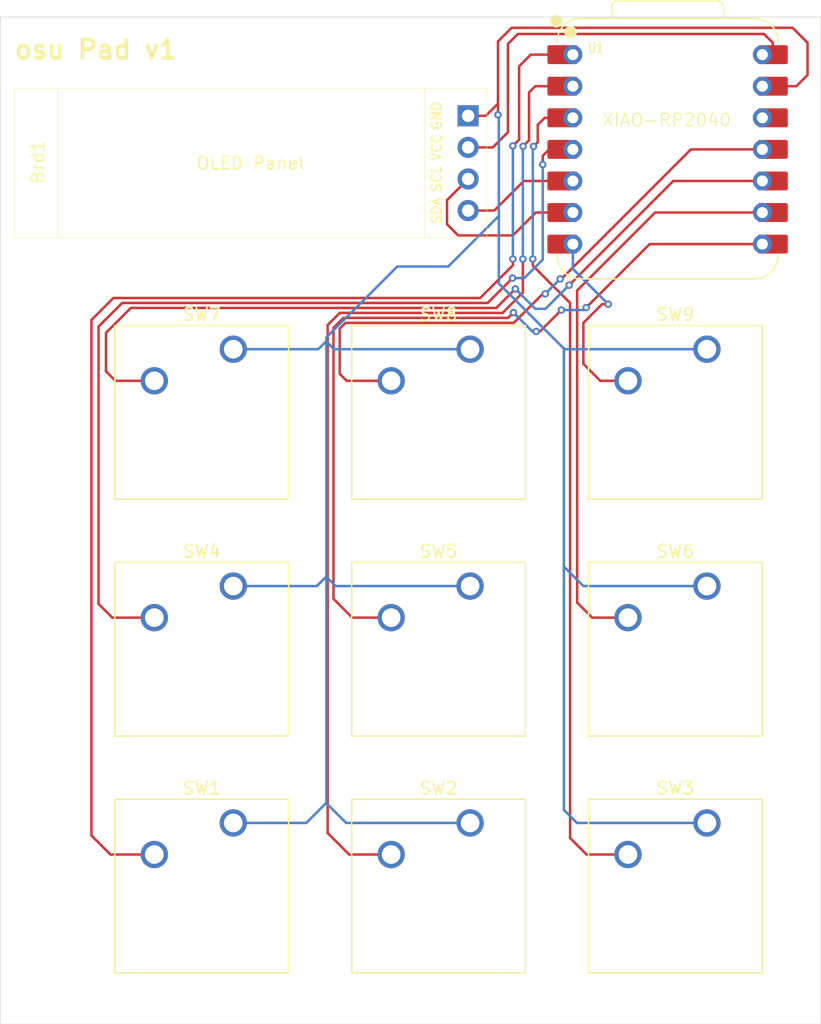
<source format=kicad_pcb>
(kicad_pcb (version 20241229) (generator "pcbnew") (generator_version "9.0")
  (layers (0 "F.Cu" signal) (2 "B.Cu" signal) (13 "F.Paste" user) (15 "B.Paste" user) (5 "F.SilkS" user "F.Silkscreen") (7 "B.SilkS" user "B.Silkscreen") (1 "F.Mask" user) (3 "B.Mask" user) (25 "Edge.Cuts" user))
  (net 0 "")
  (net 1 "Net-(Brd1-SDA)")
  (net 2 "+5V")
  (net 3 "GND")
  (net 4 "Net-(Brd1-SCL)")
  (net 5 "Net-(U1-GPIO26{slash}ADC0{slash}A0)")
  (net 6 "Net-(U1-GPIO27{slash}ADC1{slash}A1)")
  (net 7 "Net-(U1-GPIO28{slash}ADC2{slash}A2)")
  (net 8 "Net-(U1-GPIO29{slash}ADC3{slash}A3)")
  (net 9 "Net-(U1-GPIO1{slash}RX)")
  (net 10 "Net-(U1-GPIO2{slash}SCK)")
  (net 11 "Net-(U1-GPIO4{slash}MISO)")
  (net 12 "Net-(U1-GPIO3{slash}MOSI)")
  (net 14 "Net-(U1-GPIO0{slash}TX)")
  (footprint "Button_Switch_Keyboard:SW_Cherry_MX_1.00u_PCB" (layer "F.Cu") (at 117.24 105.67)
    (property "Reference" "SW4" (at -2.54 -2.794 0) (layer "F.SilkS"))
    (property "Value" "SW_Push")
    (fp_line (start -9.525 -1.905) (end 4.445 -1.905) (stroke (width 0.12)) (layer "F.SilkS"))
    (fp_line (start -9.525 12.065) (end -9.525 -1.905) (stroke (width 0.12)) (layer "F.SilkS"))
    (fp_line (start 4.445 -1.905) (end 4.445 12.065) (stroke (width 0.12)) (layer "F.SilkS"))
    (fp_line (start 4.445 12.065) (end -9.525 12.065) (stroke (width 0.12)) (layer "F.SilkS"))
    (pad "" np_thru_hole circle (at -7.62 5.08) (size 1.7 1.7) (drill 1.7) (layers "*.Cu" "*.Mask"))
    (pad "" np_thru_hole circle (at -2.54 5.08) (size 4 4) (drill 4) (layers "*.Cu" "*.Mask"))
    (pad "" np_thru_hole circle (at 2.54 5.08) (size 1.7 1.7) (drill 1.7) (layers "*.Cu" "*.Mask"))
    (pad "1" thru_hole circle (at 0 0) (size 2.2 2.2) (drill 1.5) (layers "*.Cu" "*.Mask") (net 3 "GND"))
    (pad "2" thru_hole circle (at -6.35 2.54) (size 2.2 2.2) (drill 1.5) (layers "*.Cu" "*.Mask") (net 8 "Net-(U1-GPIO29{slash}ADC3{slash}A3)"))
  )
  (footprint "Button_Switch_Keyboard:SW_Cherry_MX_1.00u_PCB" (layer "F.Cu") (at 136.29 105.67)
    (property "Reference" "SW5" (at -2.54 -2.794 0) (layer "F.SilkS"))
    (property "Value" "SW_Push")
    (fp_line (start -9.525 -1.905) (end 4.445 -1.905) (stroke (width 0.12)) (layer "F.SilkS"))
    (fp_line (start -9.525 12.065) (end -9.525 -1.905) (stroke (width 0.12)) (layer "F.SilkS"))
    (fp_line (start 4.445 -1.905) (end 4.445 12.065) (stroke (width 0.12)) (layer "F.SilkS"))
    (fp_line (start 4.445 12.065) (end -9.525 12.065) (stroke (width 0.12)) (layer "F.SilkS"))
    (pad "" np_thru_hole circle (at -7.62 5.08) (size 1.7 1.7) (drill 1.7) (layers "*.Cu" "*.Mask"))
    (pad "" np_thru_hole circle (at -2.54 5.08) (size 4 4) (drill 4) (layers "*.Cu" "*.Mask"))
    (pad "" np_thru_hole circle (at 2.54 5.08) (size 1.7 1.7) (drill 1.7) (layers "*.Cu" "*.Mask"))
    (pad "1" thru_hole circle (at 0 0) (size 2.2 2.2) (drill 1.5) (layers "*.Cu" "*.Mask") (net 3 "GND"))
    (pad "2" thru_hole circle (at -6.35 2.54) (size 2.2 2.2) (drill 1.5) (layers "*.Cu" "*.Mask") (net 9 "Net-(U1-GPIO1{slash}RX)"))
  )
  (footprint "Button_Switch_Keyboard:SW_Cherry_MX_1.00u_PCB" (layer "F.Cu") (at 155.34 105.67)
    (property "Reference" "SW6" (at -2.54 -2.794 0) (layer "F.SilkS"))
    (property "Value" "SW_Push")
    (fp_line (start -9.525 -1.905) (end 4.445 -1.905) (stroke (width 0.12)) (layer "F.SilkS"))
    (fp_line (start -9.525 12.065) (end -9.525 -1.905) (stroke (width 0.12)) (layer "F.SilkS"))
    (fp_line (start 4.445 -1.905) (end 4.445 12.065) (stroke (width 0.12)) (layer "F.SilkS"))
    (fp_line (start 4.445 12.065) (end -9.525 12.065) (stroke (width 0.12)) (layer "F.SilkS"))
    (pad "" np_thru_hole circle (at -7.62 5.08) (size 1.7 1.7) (drill 1.7) (layers "*.Cu" "*.Mask"))
    (pad "" np_thru_hole circle (at -2.54 5.08) (size 4 4) (drill 4) (layers "*.Cu" "*.Mask"))
    (pad "" np_thru_hole circle (at 2.54 5.08) (size 1.7 1.7) (drill 1.7) (layers "*.Cu" "*.Mask"))
    (pad "1" thru_hole circle (at 0 0) (size 2.2 2.2) (drill 1.5) (layers "*.Cu" "*.Mask") (net 3 "GND"))
    (pad "2" thru_hole circle (at -6.35 2.54) (size 2.2 2.2) (drill 1.5) (layers "*.Cu" "*.Mask") (net 10 "Net-(U1-GPIO2{slash}SCK)"))
  )
  (footprint "SSD1306-0.91-OLED-4pin-128x32:SSD1306-0.91-OLED-4pin-128x32" (layer "F.Cu") (at 99.63125 65.65875)
    (property "Reference" "Brd1" (at 1.9 5.91 90) (layer "F.SilkS"))
    (property "Value" "SSD1306")
    (fp_line (start 0 0) (end 0 12) (stroke (width 0.04)) (layer "F.SilkS"))
    (fp_line (start 0 12) (end 38 12) (stroke (width 0.04)) (layer "F.SilkS"))
    (fp_line (start 3.5 0) (end 3.5 12) (stroke (width 0.04)) (layer "F.SilkS"))
    (fp_line (start 33 0) (end 33 12) (stroke (width 0.04)) (layer "F.SilkS"))
    (fp_line (start 38 0) (end 0 0) (stroke (width 0.04)) (layer "F.SilkS"))
    (fp_line (start 38 12) (end 38 0) (stroke (width 0.04)) (layer "F.SilkS"))
    (fp_text user "SDA" (at 33.96875 9.81 90) (layer "F.SilkS") (effects (font (size 0.8 0.75))))
    (fp_text user "VCC" (at 33.96875 4.73 90) (layer "F.SilkS") (effects (font (size 0.8 0.75))))
    (fp_text user "OLED Panel" (at 19 6 0) (layer "F.SilkS"))
    (fp_text user "SCL" (at 33.96875 7.27 90) (layer "F.SilkS") (effects (font (size 0.8 0.75))))
    (fp_text user "GND" (at 33.96875 2.19 90) (layer "F.SilkS") (effects (font (size 0.8 0.75))))
    (pad "1" thru_hole rect (at 36.5 2.19) (size 1.7 1.7) (drill 1) (layers "*.Cu" "*.Mask") (net 3 "GND"))
    (pad "2" thru_hole oval (at 36.5 4.73) (size 1.7 1.7) (drill 1) (layers "*.Cu" "*.Mask") (net 2 "+5V"))
    (pad "3" thru_hole oval (at 36.5 7.27) (size 1.7 1.7) (drill 1) (layers "*.Cu" "*.Mask") (net 4 "Net-(Brd1-SCL)"))
    (pad "4" thru_hole oval (at 36.5 9.81) (size 1.7 1.7) (drill 1) (layers "*.Cu" "*.Mask") (net 1 "Net-(Brd1-SDA)"))
  )
  (footprint "Button_Switch_Keyboard:SW_Cherry_MX_1.00u_PCB" (layer "F.Cu") (at 155.34 86.62)
    (property "Reference" "SW9" (at -2.54 -2.794 0) (layer "F.SilkS"))
    (property "Value" "SW_Push")
    (fp_line (start -9.525 -1.905) (end 4.445 -1.905) (stroke (width 0.12)) (layer "F.SilkS"))
    (fp_line (start -9.525 12.065) (end -9.525 -1.905) (stroke (width 0.12)) (layer "F.SilkS"))
    (fp_line (start 4.445 -1.905) (end 4.445 12.065) (stroke (width 0.12)) (layer "F.SilkS"))
    (fp_line (start 4.445 12.065) (end -9.525 12.065) (stroke (width 0.12)) (layer "F.SilkS"))
    (pad "" np_thru_hole circle (at -7.62 5.08) (size 1.7 1.7) (drill 1.7) (layers "*.Cu" "*.Mask"))
    (pad "" np_thru_hole circle (at -2.54 5.08) (size 4 4) (drill 4) (layers "*.Cu" "*.Mask"))
    (pad "" np_thru_hole circle (at 2.54 5.08) (size 1.7 1.7) (drill 1.7) (layers "*.Cu" "*.Mask"))
    (pad "1" thru_hole circle (at 0 0) (size 2.2 2.2) (drill 1.5) (layers "*.Cu" "*.Mask") (net 3 "GND"))
    (pad "2" thru_hole circle (at -6.35 2.54) (size 2.2 2.2) (drill 1.5) (layers "*.Cu" "*.Mask") (net 14 "Net-(U1-GPIO0{slash}TX)"))
  )
  (footprint "Button_Switch_Keyboard:SW_Cherry_MX_1.00u_PCB" (layer "F.Cu") (at 117.24 124.72)
    (property "Reference" "SW1" (at -2.54 -2.794 0) (layer "F.SilkS"))
    (property "Value" "SW_Push")
    (fp_line (start -9.525 -1.905) (end 4.445 -1.905) (stroke (width 0.12)) (layer "F.SilkS"))
    (fp_line (start -9.525 12.065) (end -9.525 -1.905) (stroke (width 0.12)) (layer "F.SilkS"))
    (fp_line (start 4.445 -1.905) (end 4.445 12.065) (stroke (width 0.12)) (layer "F.SilkS"))
    (fp_line (start 4.445 12.065) (end -9.525 12.065) (stroke (width 0.12)) (layer "F.SilkS"))
    (pad "" np_thru_hole circle (at -7.62 5.08) (size 1.7 1.7) (drill 1.7) (layers "*.Cu" "*.Mask"))
    (pad "" np_thru_hole circle (at -2.54 5.08) (size 4 4) (drill 4) (layers "*.Cu" "*.Mask"))
    (pad "" np_thru_hole circle (at 2.54 5.08) (size 1.7 1.7) (drill 1.7) (layers "*.Cu" "*.Mask"))
    (pad "1" thru_hole circle (at 0 0) (size 2.2 2.2) (drill 1.5) (layers "*.Cu" "*.Mask") (net 3 "GND"))
    (pad "2" thru_hole circle (at -6.35 2.54) (size 2.2 2.2) (drill 1.5) (layers "*.Cu" "*.Mask") (net 5 "Net-(U1-GPIO26{slash}ADC0{slash}A0)"))
  )
  (footprint "Button_Switch_Keyboard:SW_Cherry_MX_1.00u_PCB" (layer "F.Cu") (at 136.29 86.62)
    (property "Reference" "SW8" (at -2.54 -2.794 0) (layer "F.SilkS"))
    (property "Value" "SW_Push")
    (fp_line (start -9.525 -1.905) (end 4.445 -1.905) (stroke (width 0.12)) (layer "F.SilkS"))
    (fp_line (start -9.525 12.065) (end -9.525 -1.905) (stroke (width 0.12)) (layer "F.SilkS"))
    (fp_line (start 4.445 -1.905) (end 4.445 12.065) (stroke (width 0.12)) (layer "F.SilkS"))
    (fp_line (start 4.445 12.065) (end -9.525 12.065) (stroke (width 0.12)) (layer "F.SilkS"))
    (pad "" np_thru_hole circle (at -7.62 5.08) (size 1.7 1.7) (drill 1.7) (layers "*.Cu" "*.Mask"))
    (pad "" np_thru_hole circle (at -2.54 5.08) (size 4 4) (drill 4) (layers "*.Cu" "*.Mask"))
    (pad "" np_thru_hole circle (at 2.54 5.08) (size 1.7 1.7) (drill 1.7) (layers "*.Cu" "*.Mask"))
    (pad "1" thru_hole circle (at 0 0) (size 2.2 2.2) (drill 1.5) (layers "*.Cu" "*.Mask") (net 3 "GND"))
    (pad "2" thru_hole circle (at -6.35 2.54) (size 2.2 2.2) (drill 1.5) (layers "*.Cu" "*.Mask") (net 12 "Net-(U1-GPIO3{slash}MOSI)"))
  )
  (footprint "Button_Switch_Keyboard:SW_Cherry_MX_1.00u_PCB" (layer "F.Cu") (at 117.24 86.62)
    (property "Reference" "SW7" (at -2.54 -2.794 0) (layer "F.SilkS"))
    (property "Value" "SW_Push")
    (fp_line (start -9.525 -1.905) (end 4.445 -1.905) (stroke (width 0.12)) (layer "F.SilkS"))
    (fp_line (start -9.525 12.065) (end -9.525 -1.905) (stroke (width 0.12)) (layer "F.SilkS"))
    (fp_line (start 4.445 -1.905) (end 4.445 12.065) (stroke (width 0.12)) (layer "F.SilkS"))
    (fp_line (start 4.445 12.065) (end -9.525 12.065) (stroke (width 0.12)) (layer "F.SilkS"))
    (pad "" np_thru_hole circle (at -7.62 5.08) (size 1.7 1.7) (drill 1.7) (layers "*.Cu" "*.Mask"))
    (pad "" np_thru_hole circle (at -2.54 5.08) (size 4 4) (drill 4) (layers "*.Cu" "*.Mask"))
    (pad "" np_thru_hole circle (at 2.54 5.08) (size 1.7 1.7) (drill 1.7) (layers "*.Cu" "*.Mask"))
    (pad "1" thru_hole circle (at 0 0) (size 2.2 2.2) (drill 1.5) (layers "*.Cu" "*.Mask") (net 3 "GND"))
    (pad "2" thru_hole circle (at -6.35 2.54) (size 2.2 2.2) (drill 1.5) (layers "*.Cu" "*.Mask") (net 11 "Net-(U1-GPIO4{slash}MISO)"))
  )
  (footprint "Button_Switch_Keyboard:SW_Cherry_MX_1.00u_PCB" (layer "F.Cu") (at 155.34 124.72)
    (property "Reference" "SW3" (at -2.54 -2.794 0) (layer "F.SilkS"))
    (property "Value" "SW_Push")
    (fp_line (start -9.525 -1.905) (end 4.445 -1.905) (stroke (width 0.12)) (layer "F.SilkS"))
    (fp_line (start -9.525 12.065) (end -9.525 -1.905) (stroke (width 0.12)) (layer "F.SilkS"))
    (fp_line (start 4.445 -1.905) (end 4.445 12.065) (stroke (width 0.12)) (layer "F.SilkS"))
    (fp_line (start 4.445 12.065) (end -9.525 12.065) (stroke (width 0.12)) (layer "F.SilkS"))
    (pad "" np_thru_hole circle (at -7.62 5.08) (size 1.7 1.7) (drill 1.7) (layers "*.Cu" "*.Mask"))
    (pad "" np_thru_hole circle (at -2.54 5.08) (size 4 4) (drill 4) (layers "*.Cu" "*.Mask"))
    (pad "" np_thru_hole circle (at 2.54 5.08) (size 1.7 1.7) (drill 1.7) (layers "*.Cu" "*.Mask"))
    (pad "1" thru_hole circle (at 0 0) (size 2.2 2.2) (drill 1.5) (layers "*.Cu" "*.Mask") (net 3 "GND"))
    (pad "2" thru_hole circle (at -6.35 2.54) (size 2.2 2.2) (drill 1.5) (layers "*.Cu" "*.Mask") (net 7 "Net-(U1-GPIO28{slash}ADC2{slash}A2)"))
  )
  (footprint "Seeed Studio XIAO Series Library:XIAO-RP2040-DIP" (layer "F.Cu") (at 152.17625 70.54875)
    (property "Reference" "U1" (at -5.77625 -8.14875 0) (layer "F.SilkS") (effects (font (size 0.8 0.635) (thickness 0.1016))))
    (property "Value" "XIAO-RP2040-DIP")
    (fp_line (start -6.985 10.414) (end 6.985 10.414) (stroke (width 0.127)) (layer "F.SilkS"))
    (fp_line (start -4.495 -10.541) (end -4.491272 -11.451272) (stroke (width 0.127)) (layer "F.SilkS"))
    (fp_line (start -3.991272 -11.951) (end 4.004 -11.951) (stroke (width 0.127)) (layer "F.SilkS"))
    (fp_line (start 4.504 -11.451) (end 4.504 -10.541) (stroke (width 0.127)) (layer "F.SilkS"))
    (fp_line (start 6.985 -10.541) (end -6.985 -10.541) (stroke (width 0.1)) (layer "F.SilkS"))
    (fp_line (start 6.985 -10.541) (end -6.985 -10.541) (stroke (width 0.127)) (layer "F.SilkS"))
    (fp_arc (start -8.89 -8.636) (mid -8.332038 -9.983038) (end -6.985 -10.541) (stroke (width 0.127)) (layer "F.SilkS"))
    (fp_arc (start -6.985 10.414) (mid -8.332038 9.856038) (end -8.89 8.509) (stroke (width 0.127)) (layer "F.SilkS"))
    (fp_arc (start -4.491272 -11.451272) (mid -4.344728 -11.80464) (end -3.991272 -11.951) (stroke (width 0.127)) (layer "F.SilkS"))
    (fp_arc (start 4.004 -11.951) (mid 4.357553 -11.804553) (end 4.504 -11.451) (stroke (width 0.127)) (layer "F.SilkS"))
    (fp_arc (start 6.985 -10.541) (mid 8.332038 -9.983038) (end 8.89 -8.636) (stroke (width 0.127)) (layer "F.SilkS"))
    (fp_arc (start 8.89 8.509) (mid 8.332038 9.856038) (end 6.985 10.414) (stroke (width 0.127)) (layer "F.SilkS"))
    (fp_circle (center -8.95 -10.3) (end -8.95 -10.554) (stroke (width 0.5)) (fill yes) (layer "F.SilkS"))
    (fp_circle (center -7.807 -9.42) (end -7.807 -9.674) (stroke (width 0.5)) (fill yes) (layer "F.SilkS"))
    (pad "1" smd roundrect (at -8.455 -7.62 180) (size 2.432 1.524) (layers "F.Cu" "F.Mask") (roundrect_rratio 0.1) (net 5 "Net-(U1-GPIO26{slash}ADC0{slash}A0)"))
    (pad "1" thru_hole circle (at -7.62 -7.62 180) (size 1.524 1.524) (drill 0.889) (layers "*.Cu" "*.Mask") (net 5 "Net-(U1-GPIO26{slash}ADC0{slash}A0)"))
    (pad "2" smd roundrect (at -8.455 -5.08 180) (size 2.432 1.524) (layers "F.Cu" "F.Mask") (roundrect_rratio 0.1) (net 6 "Net-(U1-GPIO27{slash}ADC1{slash}A1)"))
    (pad "2" thru_hole circle (at -7.62 -5.08 180) (size 1.524 1.524) (drill 0.889) (layers "*.Cu" "*.Mask") (net 6 "Net-(U1-GPIO27{slash}ADC1{slash}A1)"))
    (pad "3" smd roundrect (at -8.455 -2.54 180) (size 2.432 1.524) (layers "F.Cu" "F.Mask") (roundrect_rratio 0.1) (net 7 "Net-(U1-GPIO28{slash}ADC2{slash}A2)"))
    (pad "3" thru_hole circle (at -7.62 -2.54 180) (size 1.524 1.524) (drill 0.889) (layers "*.Cu" "*.Mask") (net 7 "Net-(U1-GPIO28{slash}ADC2{slash}A2)"))
    (pad "4" smd roundrect (at -8.455 0 180) (size 2.432 1.524) (layers "F.Cu" "F.Mask") (roundrect_rratio 0.1) (net 8 "Net-(U1-GPIO29{slash}ADC3{slash}A3)"))
    (pad "4" thru_hole circle (at -7.62 0 180) (size 1.524 1.524) (drill 0.889) (layers "*.Cu" "*.Mask") (net 8 "Net-(U1-GPIO29{slash}ADC3{slash}A3)"))
    (pad "5" smd roundrect (at -8.455 2.54 180) (size 2.432 1.524) (layers "F.Cu" "F.Mask") (roundrect_rratio 0.1) (net 1 "Net-(Brd1-SDA)"))
    (pad "5" thru_hole circle (at -7.62 2.54 180) (size 1.524 1.524) (drill 0.889) (layers "*.Cu" "*.Mask") (net 1 "Net-(Brd1-SDA)"))
    (pad "6" smd roundrect (at -8.455 5.08 180) (size 2.432 1.524) (layers "F.Cu" "F.Mask") (roundrect_rratio 0.1) (net 4 "Net-(Brd1-SCL)"))
    (pad "6" thru_hole circle (at -7.62 5.08 180) (size 1.524 1.524) (drill 0.889) (layers "*.Cu" "*.Mask") (net 4 "Net-(Brd1-SCL)"))
    (pad "7" smd roundrect (at -8.455 7.62 180) (size 2.432 1.524) (layers "F.Cu" "F.Mask") (roundrect_rratio 0.1) (net 14 "Net-(U1-GPIO0{slash}TX)"))
    (pad "7" thru_hole circle (at -7.62 7.62 180) (size 1.524 1.524) (drill 0.889) (layers "*.Cu" "*.Mask") (net 14 "Net-(U1-GPIO0{slash}TX)"))
    (pad "8" thru_hole circle (at 7.62 7.62) (size 1.524 1.524) (drill 0.889) (layers "*.Cu" "*.Mask") (net 9 "Net-(U1-GPIO1{slash}RX)"))
    (pad "8" smd roundrect (at 8.455 7.62) (size 2.432 1.524) (layers "F.Cu" "F.Mask") (roundrect_rratio 0.1) (net 9 "Net-(U1-GPIO1{slash}RX)"))
    (pad "9" thru_hole circle (at 7.62 5.08) (size 1.524 1.524) (drill 0.889) (layers "*.Cu" "*.Mask") (net 10 "Net-(U1-GPIO2{slash}SCK)"))
    (pad "9" smd roundrect (at 8.455 5.08) (size 2.432 1.524) (layers "F.Cu" "F.Mask") (roundrect_rratio 0.1) (net 10 "Net-(U1-GPIO2{slash}SCK)"))
    (pad "10" thru_hole circle (at 7.62 2.54) (size 1.524 1.524) (drill 0.889) (layers "*.Cu" "*.Mask") (net 11 "Net-(U1-GPIO4{slash}MISO)"))
    (pad "10" smd roundrect (at 8.455 2.54) (size 2.432 1.524) (layers "F.Cu" "F.Mask") (roundrect_rratio 0.1) (net 11 "Net-(U1-GPIO4{slash}MISO)"))
    (pad "11" thru_hole circle (at 7.62 0) (size 1.524 1.524) (drill 0.889) (layers "*.Cu" "*.Mask") (net 12 "Net-(U1-GPIO3{slash}MOSI)"))
    (pad "11" smd roundrect (at 8.455 0) (size 2.432 1.524) (layers "F.Cu" "F.Mask") (roundrect_rratio 0.1) (net 12 "Net-(U1-GPIO3{slash}MOSI)"))
    (pad "12" thru_hole circle (at 7.62 -2.54) (size 1.524 1.524) (drill 0.889) (layers "*.Cu" "*.Mask"))
    (pad "12" smd roundrect (at 8.455 -2.54) (size 2.432 1.524) (layers "F.Cu" "F.Mask") (roundrect_rratio 0.1))
    (pad "13" thru_hole circle (at 7.62 -5.08) (size 1.524 1.524) (drill 0.889) (layers "*.Cu" "*.Mask") (net 3 "GND"))
    (pad "13" smd roundrect (at 8.455 -5.08) (size 2.432 1.524) (layers "F.Cu" "F.Mask") (roundrect_rratio 0.1) (net 3 "GND"))
    (pad "14" thru_hole circle (at 7.62 -7.62) (size 1.524 1.524) (drill 0.889) (layers "*.Cu" "*.Mask") (net 2 "+5V"))
    (pad "14" smd roundrect (at 8.455 -7.62) (size 2.432 1.524) (layers "F.Cu" "F.Mask") (roundrect_rratio 0.1) (net 2 "+5V"))
  )
  (footprint "Button_Switch_Keyboard:SW_Cherry_MX_1.00u_PCB" (layer "F.Cu") (at 136.29 124.72)
    (property "Reference" "SW2" (at -2.54 -2.794 0) (layer "F.SilkS"))
    (property "Value" "SW_Push")
    (fp_line (start -9.525 -1.905) (end 4.445 -1.905) (stroke (width 0.12)) (layer "F.SilkS"))
    (fp_line (start -9.525 12.065) (end -9.525 -1.905) (stroke (width 0.12)) (layer "F.SilkS"))
    (fp_line (start 4.445 -1.905) (end 4.445 12.065) (stroke (width 0.12)) (layer "F.SilkS"))
    (fp_line (start 4.445 12.065) (end -9.525 12.065) (stroke (width 0.12)) (layer "F.SilkS"))
    (pad "" np_thru_hole circle (at -7.62 5.08) (size 1.7 1.7) (drill 1.7) (layers "*.Cu" "*.Mask"))
    (pad "" np_thru_hole circle (at -2.54 5.08) (size 4 4) (drill 4) (layers "*.Cu" "*.Mask"))
    (pad "" np_thru_hole circle (at 2.54 5.08) (size 1.7 1.7) (drill 1.7) (layers "*.Cu" "*.Mask"))
    (pad "1" thru_hole circle (at 0 0) (size 2.2 2.2) (drill 1.5) (layers "*.Cu" "*.Mask") (net 3 "GND"))
    (pad "2" thru_hole circle (at -6.35 2.54) (size 2.2 2.2) (drill 1.5) (layers "*.Cu" "*.Mask") (net 6 "Net-(U1-GPIO27{slash}ADC1{slash}A1)"))
  )
  (gr_rect (start 98.5 59.9) (end 164.5 140.9) (stroke (width 0.05)) (fill no) (layer "Edge.Cuts"))
  (gr_text "osu Pad v1" (at 99.5 63.4 0) (layer "F.SilkS") (effects (font (size 1.5 1.5) (thickness 0.3) (bold yes)) (justify left bottom)))
  (gr_text "XIAO-RP2040\n" (at 146.83125 68.76875 0) (layer "F.SilkS") (effects (font (size 1 1) (thickness 0.1)) (justify left bottom)))
  (segment (start 138.23125 75.46875) (end 140.61125 73.08875) (width 0.2) (layer "F.Cu") (net 1))
  (segment (start 140.61125 73.08875) (end 143.72125 73.08875) (width 0.2) (layer "F.Cu") (net 1))
  (segment (start 136.13125 75.46875) (end 138.23125 75.46875) (width 0.2) (layer "F.Cu") (net 1))
  (segment (start 159.93125 61.26875) (end 140.13125 61.26875) (width 0.2) (layer "F.Cu") (net 2))
  (segment (start 139.33125 69.16875) (end 138.11125 70.38875) (width 0.2) (layer "F.Cu") (net 2))
  (segment (start 139.33125 62.06875) (end 139.33125 69.16875) (width 0.2) (layer "F.Cu") (net 2))
  (segment (start 160.63125 62.92875) (end 160.63125 61.96875) (width 0.2) (layer "F.Cu") (net 2))
  (segment (start 138.11125 70.38875) (end 136.13125 70.38875) (width 0.2) (layer "F.Cu") (net 2))
  (segment (start 140.13125 61.26875) (end 139.33125 62.06875) (width 0.2) (layer "F.Cu") (net 2))
  (segment (start 160.63125 61.96875) (end 159.93125 61.26875) (width 0.2) (layer "F.Cu") (net 2))
  (segment (start 162.23125 60.76875) (end 139.63125 60.76875) (width 0.2) (layer "F.Cu") (net 3))
  (segment (start 137.55125 67.84875) (end 136.13125 67.84875) (width 0.2) (layer "F.Cu") (net 3))
  (segment (start 139.63125 60.76875) (end 138.53125 61.86875) (width 0.2) (layer "F.Cu") (net 3))
  (segment (start 138.53125 61.86875) (end 138.53125 66.86875) (width 0.2) (layer "F.Cu") (net 3))
  (segment (start 163.43125 64.56875) (end 163.43125 61.96875) (width 0.2) (layer "F.Cu") (net 3))
  (segment (start 160.63125 65.46875) (end 162.53125 65.46875) (width 0.2) (layer "F.Cu") (net 3))
  (segment (start 138.53125 66.86875) (end 138.53125 67.76875) (width 0.2) (layer "F.Cu") (net 3))
  (segment (start 162.53125 65.46875) (end 163.43125 64.56875) (width 0.2) (layer "F.Cu") (net 3))
  (segment (start 163.43125 61.96875) (end 162.23125 60.76875) (width 0.2) (layer "F.Cu") (net 3))
  (segment (start 138.53125 66.86875) (end 137.55125 67.84875) (width 0.2) (layer "F.Cu") (net 3))
  (via (at 138.53125 67.76875) (size 0.6) (drill 0.3) (layers "F.Cu" "B.Cu") (net 3))
  (segment (start 123.96125 105.67) (end 124.68125 104.95) (width 0.2) (layer "B.Cu") (net 3))
  (segment (start 124.73125 123.13125) (end 126.32 124.72) (width 0.2) (layer "B.Cu") (net 3))
  (segment (start 143.83125 105.66875) (end 143.83125 123.66875) (width 0.2) (layer "B.Cu") (net 3))
  (segment (start 143.83125 86.76875) (end 143.83125 105.66875) (width 0.2) (layer "B.Cu") (net 3))
  (segment (start 124.08 86.62) (end 117.24 86.62) (width 0.2) (layer "B.Cu") (net 3))
  (segment (start 123.96125 105.67) (end 117.24 105.67) (width 0.2) (layer "B.Cu") (net 3))
  (segment (start 138.6 67.8375) (end 138.6 75.9) (width 0.2) (layer "B.Cu") (net 3))
  (segment (start 143.83125 123.66875) (end 144.8825 124.72) (width 0.2) (layer "B.Cu") (net 3))
  (segment (start 123.11125 124.72) (end 117.24 124.72) (width 0.2) (layer "B.Cu") (net 3))
  (segment (start 124.73125 123.1) (end 123.11125 124.72) (width 0.2) (layer "B.Cu") (net 3))
  (segment (start 130.43125 79.96875) (end 124.73125 85.66875) (width 0.2) (layer "B.Cu") (net 3))
  (segment (start 143.83125 86.56875) (end 143.83125 86.76875) (width 0.2) (layer "B.Cu") (net 3))
  (segment (start 124.73125 85.66875) (end 124.73125 123.13125) (width 0.2) (layer "B.Cu") (net 3))
  (segment (start 138.6 81.3375) (end 143.83125 86.56875) (width 0.2) (layer "B.Cu") (net 3))
  (segment (start 143.83125 104.1) (end 145.40125 105.67) (width 0.2) (layer "B.Cu") (net 3))
  (segment (start 138.6 75.9) (end 138.6 81.3375) (width 0.2) (layer "B.Cu") (net 3))
  (segment (start 124.7 86) (end 124.08 86.62) (width 0.2) (layer "B.Cu") (net 3))
  (segment (start 125.47 105.67) (end 124.75 104.95) (width 0.2) (layer "B.Cu") (net 3))
  (segment (start 124.68125 104.95) (end 124.75 104.95) (width 0.2) (layer "B.Cu") (net 3))
  (segment (start 138.53125 67.76875) (end 138.6 67.8375) (width 0.2) (layer "B.Cu") (net 3))
  (segment (start 143.8825 86.62) (end 155.34 86.62) (width 0.2) (layer "B.Cu") (net 3))
  (segment (start 126.32 124.72) (end 136.29 124.72) (width 0.2) (layer "B.Cu") (net 3))
  (segment (start 138.6 75.9) (end 134.53125 79.96875) (width 0.2) (layer "B.Cu") (net 3))
  (segment (start 134.53125 79.96875) (end 130.43125 79.96875) (width 0.2) (layer "B.Cu") (net 3))
  (segment (start 145.40125 105.67) (end 155.34 105.67) (width 0.2) (layer "B.Cu") (net 3))
  (segment (start 155.29125 124.76875) (end 155.34 124.72) (width 0.2) (layer "B.Cu") (net 3))
  (segment (start 136.29 86.62) (end 125.35125 86.62) (width 0.2) (layer "B.Cu") (net 3))
  (segment (start 125.47 105.67) (end 136.29 105.67) (width 0.2) (layer "B.Cu") (net 3))
  (segment (start 144.8825 124.72) (end 155.34 124.72) (width 0.2) (layer "B.Cu") (net 3))
  (segment (start 124.73125 86) (end 124.7 86) (width 0.2) (layer "B.Cu") (net 3))
  (segment (start 143.83125 86.56875) (end 143.8825 86.62) (width 0.2) (layer "B.Cu") (net 3))
  (segment (start 125.35125 86.62) (end 124.73125 86) (width 0.2) (layer "B.Cu") (net 3))
  (segment (start 134.43125 74.62875) (end 134.43125 76.56875) (width 0.2) (layer "F.Cu") (net 4))
  (segment (start 136.13125 72.92875) (end 134.43125 74.62875) (width 0.2) (layer "F.Cu") (net 4))
  (segment (start 139.73125 77.46875) (end 141.57125 75.62875) (width 0.2) (layer "F.Cu") (net 4))
  (segment (start 135.33125 77.46875) (end 139.73125 77.46875) (width 0.2) (layer "F.Cu") (net 4))
  (segment (start 134.43125 76.56875) (end 135.33125 77.46875) (width 0.2) (layer "F.Cu") (net 4))
  (segment (start 141.57125 75.62875) (end 143.72125 75.62875) (width 0.2) (layer "F.Cu") (net 4))
  (segment (start 107.6 82.5) (end 105.83125 84.26875) (width 0.2) (layer "F.Cu") (net 5))
  (segment (start 107.36 127.26) (end 110.89 127.26) (width 0.2) (layer "F.Cu") (net 5))
  (segment (start 137.1 82.5) (end 107.6 82.5) (width 0.2) (layer "F.Cu") (net 5))
  (segment (start 105.83125 84.26875) (end 105.83125 125.73125) (width 0.2) (layer "F.Cu") (net 5))
  (segment (start 105.83125 125.73125) (end 107.36 127.26) (width 0.2) (layer "F.Cu") (net 5))
  (segment (start 139.73125 79.86875) (end 137.1 82.5) (width 0.2) (layer "F.Cu") (net 5))
  (segment (start 139.73125 70.26875) (end 140.23125 69.76875) (width 0.2) (layer "F.Cu") (net 5))
  (segment (start 141.17125 62.92875) (end 143.72125 62.92875) (width 0.2) (layer "F.Cu") (net 5))
  (segment (start 140.23125 63.86875) (end 141.17125 62.92875) (width 0.2) (layer "F.Cu") (net 5))
  (segment (start 139.73125 79.36875) (end 139.73125 79.86875) (width 0.2) (layer "F.Cu") (net 5))
  (segment (start 140.23125 69.76875) (end 140.23125 63.86875) (width 0.2) (layer "F.Cu") (net 5))
  (via (at 139.73125 70.26875) (size 0.6) (drill 0.3) (layers "F.Cu" "B.Cu") (net 5))
  (via (at 139.73125 79.36875) (size 0.6) (drill 0.3) (layers "F.Cu" "B.Cu") (net 5))
  (segment (start 139.73125 70.26875) (end 139.73125 79.36875) (width 0.2) (layer "B.Cu") (net 5))
  (segment (start 124.83125 125.53125) (end 126.56 127.26) (width 0.2) (layer "F.Cu") (net 6))
  (segment (start 124.83125 84.66875) (end 124.83125 125.53125) (width 0.2) (layer "F.Cu") (net 6))
  (segment (start 141.53125 65.46875) (end 144.55625 65.46875) (width 0.2) (layer "F.Cu") (net 6))
  (segment (start 140.53125 79.36875) (end 140.53125 82.06875) (width 0.2) (layer "F.Cu") (net 6))
  (segment (start 138.9 83.7) (end 125.8 83.7) (width 0.2) (layer "F.Cu") (net 6))
  (segment (start 126.56 127.26) (end 129.94 127.26) (width 0.2) (layer "F.Cu") (net 6))
  (segment (start 140.53125 82.06875) (end 138.9 83.7) (width 0.2) (layer "F.Cu") (net 6))
  (segment (start 125.8 83.7) (end 124.83125 84.66875) (width 0.2) (layer "F.Cu") (net 6))
  (segment (start 141.03125 69.81728) (end 141.03125 65.96875) (width 0.2) (layer "F.Cu") (net 6))
  (segment (start 141.03125 65.96875) (end 141.53125 65.46875) (width 0.2) (layer "F.Cu") (net 6))
  (segment (start 140.552616 70.295914) (end 141.03125 69.81728) (width 0.2) (layer "F.Cu") (net 6))
  (via (at 140.53125 79.36875) (size 0.6) (drill 0.3) (layers "F.Cu" "B.Cu") (net 6))
  (via (at 140.552616 70.295914) (size 0.6) (drill 0.3) (layers "F.Cu" "B.Cu") (net 6))
  (segment (start 140.552616 70.295914) (end 140.660411 70.295914) (width 0.2) (layer "B.Cu") (net 6))
  (segment (start 140.552616 70.295914) (end 140.53125 70.31728) (width 0.2) (layer "B.Cu") (net 6))
  (segment (start 140.53125 70.31728) (end 140.53125 79.36875) (width 0.2) (layer "B.Cu") (net 6))
  (segment (start 144.33125 125.93125) (end 145.66 127.26) (width 0.2) (layer "F.Cu") (net 7))
  (segment (start 141.331253 79.36875) (end 141.331253 79.900003) (width 0.2) (layer "F.Cu") (net 7))
  (segment (start 144.33125 82.9) (end 144.33125 125.93125) (width 0.2) (layer "F.Cu") (net 7))
  (segment (start 141.73125 69.965809) (end 141.73125 68.56875) (width 0.2) (layer "F.Cu") (net 7))
  (segment (start 145.66 127.26) (end 148.99 127.26) (width 0.2) (layer "F.Cu") (net 7))
  (segment (start 141.390585 70.306474) (end 141.73125 69.965809) (width 0.2) (layer "F.Cu") (net 7))
  (segment (start 141.73125 68.56875) (end 142.29125 68.00875) (width 0.2) (layer "F.Cu") (net 7))
  (segment (start 141.331253 79.900003) (end 144.33125 82.9) (width 0.2) (layer "F.Cu") (net 7))
  (segment (start 142.29125 68.00875) (end 143.72125 68.00875) (width 0.2) (layer "F.Cu") (net 7))
  (via (at 141.331253 79.36875) (size 0.6) (drill 0.3) (layers "F.Cu" "B.Cu") (net 7))
  (via (at 141.390585 70.306474) (size 0.6) (drill 0.3) (layers "F.Cu" "B.Cu") (net 7))
  (segment (start 141.390585 70.306474) (end 141.331253 70.365806) (width 0.2) (layer "B.Cu") (net 7))
  (segment (start 141.331253 70.365806) (end 141.331253 79.36875) (width 0.2) (layer "B.Cu") (net 7))
  (segment (start 141.390585 70.306474) (end 141.470974 70.306474) (width 0.2) (layer "B.Cu") (net 7))
  (segment (start 142.13125 71.06875) (end 142.13125 71.76875) (width 0.2) (layer "F.Cu") (net 8))
  (segment (start 137.7 82.9) (end 108.3 82.9) (width 0.2) (layer "F.Cu") (net 8))
  (segment (start 108.3 82.9) (end 106.4 84.8) (width 0.2) (layer "F.Cu") (net 8))
  (segment (start 107.51 108.21) (end 110.89 108.21) (width 0.2) (layer "F.Cu") (net 8))
  (segment (start 142.65125 70.54875) (end 142.13125 71.06875) (width 0.2) (layer "F.Cu") (net 8))
  (segment (start 144.55625 70.54875) (end 142.65125 70.54875) (width 0.2) (layer "F.Cu") (net 8))
  (segment (start 106.4 107.1) (end 107.51 108.21) (width 0.2) (layer "F.Cu") (net 8))
  (segment (start 106.4 84.8) (end 106.4 107.1) (width 0.2) (layer "F.Cu") (net 8))
  (segment (start 139.7 80.9) (end 137.7 82.9) (width 0.2) (layer "F.Cu") (net 8))
  (via (at 139.7 80.9) (size 0.6) (drill 0.3) (layers "F.Cu" "B.Cu") (net 8))
  (via (at 142.13125 71.76875) (size 0.6) (drill 0.3) (layers "F.Cu" "B.Cu") (net 8))
  (segment (start 140.649946 80.9) (end 139.7 80.9) (width 0.2) (layer "B.Cu") (net 8))
  (segment (start 142.13125 71.76875) (end 142.13125 79.26875) (width 0.2) (layer "B.Cu") (net 8))
  (segment (start 142.13125 79.418696) (end 140.649946 80.9) (width 0.2) (layer "B.Cu") (net 8))
  (segment (start 142.13125 79.26875) (end 142.13125 79.418696) (width 0.2) (layer "B.Cu") (net 8))
  (segment (start 141.906985 85.193015) (end 141.606985 85.193015) (width 0.2) (layer "F.Cu") (net 9))
  (segment (start 126.1 84.1) (end 125.3 84.9) (width 0.2) (layer "F.Cu") (net 9))
  (segment (start 160.63125 78.16875) (end 150.73125 78.16875) (width 0.2) (layer "F.Cu") (net 9))
  (segment (start 125.3 84.9) (end 125.3 106.7) (width 0.2) (layer "F.Cu") (net 9))
  (segment (start 139.35147 84.1) (end 126.1 84.1) (width 0.2) (layer "F.Cu") (net 9))
  (segment (start 125.3 106.7) (end 126.81 108.21) (width 0.2) (layer "F.Cu") (net 9))
  (segment (start 143 84.1) (end 141.906985 85.193015) (width 0.2) (layer "F.Cu") (net 9))
  (segment (start 126.81 108.21) (end 129.94 108.21) (width 0.2) (layer "F.Cu") (net 9))
  (segment (start 150.73125 78.16875) (end 145.63125 83.26875) (width 0.2) (layer "F.Cu") (net 9))
  (segment (start 139.775735 83.675735) (end 139.35147 84.1) (width 0.2) (layer "F.Cu") (net 9))
  (segment (start 143.63125 83.46875) (end 143 84.1) (width 0.2) (layer "F.Cu") (net 9))
  (via (at 139.775735 83.675735) (size 0.6) (drill 0.3) (layers "F.Cu" "B.Cu") (net 9))
  (via (at 143.63125 83.46875) (size 0.6) (drill 0.3) (layers "F.Cu" "B.Cu") (net 9))
  (via (at 145.63125 83.26875) (size 0.6) (drill 0.3) (layers "F.Cu" "B.Cu") (net 9))
  (via (at 141.606985 85.193015) (size 0.6) (drill 0.3) (layers "F.Cu" "B.Cu") (net 9))
  (segment (start 141.606985 85.193015) (end 141.293015 85.193015) (width 0.2) (layer "B.Cu") (net 9))
  (segment (start 145.63125 83.26875) (end 145.43125 83.46875) (width 0.2) (layer "B.Cu") (net 9))
  (segment (start 145.43125 83.46875) (end 143.63125 83.46875) (width 0.2) (layer "B.Cu") (net 9))
  (segment (start 141.293015 85.193015) (end 139.775735 83.675735) (width 0.2) (layer "B.Cu") (net 9))
  (segment (start 144.9 107) (end 146.11 108.21) (width 0.2) (layer "F.Cu") (net 10))
  (segment (start 159.79625 75.62875) (end 151.17125 75.62875) (width 0.2) (layer "F.Cu") (net 10))
  (segment (start 151.17125 75.62875) (end 144.9 81.9) (width 0.2) (layer "F.Cu") (net 10))
  (segment (start 144.9 81.9) (end 144.9 107) (width 0.2) (layer "F.Cu") (net 10))
  (segment (start 146.11 108.21) (end 148.99 108.21) (width 0.2) (layer "F.Cu") (net 10))
  (segment (start 107 88.4) (end 107.76 89.16) (width 0.2) (layer "F.Cu") (net 11))
  (segment (start 159.79625 73.08875) (end 152.635705 73.08875) (width 0.2) (layer "F.Cu") (net 11))
  (segment (start 109 83.3) (end 107 85.3) (width 0.2) (layer "F.Cu") (net 11))
  (segment (start 139.93125 81.76875) (end 138.4 83.3) (width 0.2) (layer "F.Cu") (net 11))
  (segment (start 107 85.3) (end 107 88.4) (width 0.2) (layer "F.Cu") (net 11))
  (segment (start 107.76 89.16) (end 110.89 89.16) (width 0.2) (layer "F.Cu") (net 11))
  (segment (start 152.635705 73.08875) (end 144.255947 81.468508) (width 0.2) (layer "F.Cu") (net 11))
  (segment (start 138.4 83.3) (end 109 83.3) (width 0.2) (layer "F.Cu") (net 11))
  (via (at 139.93125 81.76875) (size 0.6) (drill 0.3) (layers "F.Cu" "B.Cu") (net 11))
  (via (at 144.255947 81.468508) (size 0.6) (drill 0.3) (layers "F.Cu" "B.Cu") (net 11))
  (segment (start 141.53125 83.36875) (end 142.355705 83.36875) (width 0.2) (layer "B.Cu") (net 11))
  (segment (start 139.93125 81.76875) (end 141.53125 83.36875) (width 0.2) (layer "B.Cu") (net 11))
  (segment (start 142.355705 83.36875) (end 144.255947 81.468508) (width 0.2) (layer "B.Cu") (net 11))
  (segment (start 154.05125 70.54875) (end 159.79625 70.54875) (width 0.2) (layer "F.Cu") (net 12))
  (segment (start 140.023265 84.276735) (end 139.8 84.5) (width 0.2) (layer "F.Cu") (net 12))
  (segment (start 139.8 84.5) (end 139.51857 84.5) (width 0.2) (layer "F.Cu") (net 12))
  (segment (start 139.51757 84.501) (end 126.2661 84.501) (width 0.2) (layer "F.Cu") (net 12))
  (segment (start 126.2661 84.501) (end 125.8 84.9671) (width 0.2) (layer "F.Cu") (net 12))
  (segment (start 140.376735 83.924678) (end 140.024678 84.276735) (width 0.2) (layer "F.Cu") (net 12))
  (segment (start 139.51857 84.5) (end 139.51757 84.501) (width 0.2) (layer "F.Cu") (net 12))
  (segment (start 143.53125 80.96875) (end 143.63125 80.96875) (width 0.2) (layer "F.Cu") (net 12))
  (segment (start 143.63125 80.96875) (end 154.05125 70.54875) (width 0.2) (layer "F.Cu") (net 12))
  (segment (start 140.024678 84.276735) (end 140.023265 84.276735) (width 0.2) (layer "F.Cu") (net 12))
  (segment (start 142.03125 82.26875) (end 140.376735 83.923265) (width 0.2) (layer "F.Cu") (net 12))
  (segment (start 142.33125 82.16875) (end 142.23125 82.26875) (width 0.2) (layer "F.Cu") (net 12))
  (segment (start 126.36 89.16) (end 129.94 89.16) (width 0.2) (layer "F.Cu") (net 12))
  (segment (start 125.8 84.9671) (end 125.8 88.6) (width 0.2) (layer "F.Cu") (net 12))
  (segment (start 140.376735 83.923265) (end 140.376735 83.924678) (width 0.2) (layer "F.Cu") (net 12))
  (segment (start 142.23125 82.26875) (end 142.03125 82.26875) (width 0.2) (layer "F.Cu") (net 12))
  (segment (start 125.8 88.6) (end 126.36 89.16) (width 0.2) (layer "F.Cu") (net 12))
  (via (at 142.33125 82.16875) (size 0.6) (drill 0.3) (layers "F.Cu" "B.Cu") (net 12))
  (via (at 143.53125 80.96875) (size 0.6) (drill 0.3) (layers "F.Cu" "B.Cu") (net 12))
  (segment (start 142.33125 82.16875) (end 143.53125 80.96875) (width 0.2) (layer "B.Cu") (net 12))
  (segment (start 148.99 89.16) (end 146.76 89.16) (width 0.2) (layer "F.Cu") (net 14))
  (segment (start 145.4 84.5) (end 146.9 83) (width 0.2) (layer "F.Cu") (net 14))
  (segment (start 145.4 87.8) (end 145.4 84.5) (width 0.2) (layer "F.Cu") (net 14))
  (segment (start 146.76 89.16) (end 145.4 87.8) (width 0.2) (layer "F.Cu") (net 14))
  (segment (start 146.9 83) (end 147.4 83) (width 0.2) (layer "F.Cu") (net 14))
  (via (at 147.4 83) (size 0.6) (drill 0.3) (layers "F.Cu" "B.Cu") (net 14))
  (segment (start 147.4 83) (end 144.55625 80.15625) (width 0.2) (layer "B.Cu") (net 14))
  (segment (start 144.55625 80.15625) (end 144.55625 78.16875) (width 0.2) (layer "B.Cu") (net 14))
)
</source>
